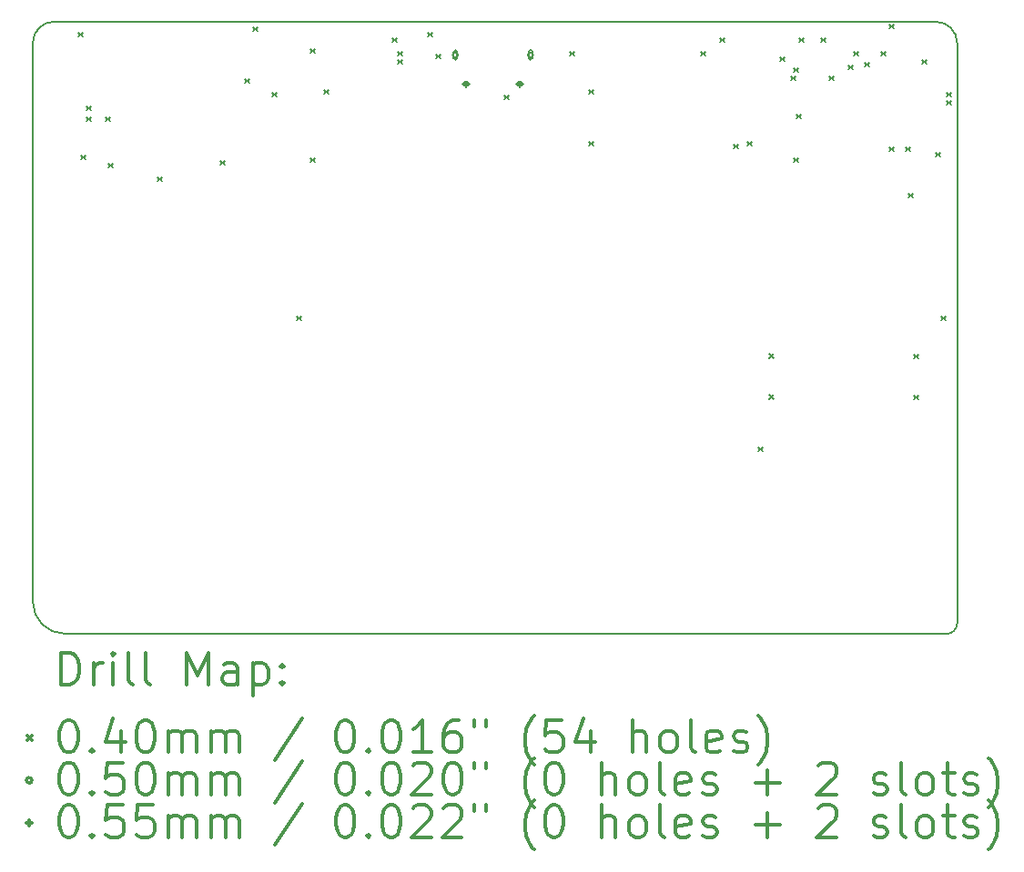
<source format=gbr>
%FSLAX45Y45*%
G04 Gerber Fmt 4.5, Leading zero omitted, Abs format (unit mm)*
G04 Created by KiCad (PCBNEW 4.0.4-stable) date Wednesday, 18 January 2017 'PMt' 21:37:06*
%MOMM*%
%LPD*%
G01*
G04 APERTURE LIST*
%ADD10C,0.127000*%
%ADD11C,0.150000*%
%ADD12C,0.200000*%
%ADD13C,0.300000*%
G04 APERTURE END LIST*
D10*
D11*
X20424500Y-12819900D02*
X12224500Y-12819900D01*
X20424500Y-12819900D02*
G75*
G03X20524500Y-12719900I0J100000D01*
G01*
X20524500Y-7319900D02*
X20524500Y-12719900D01*
X20324500Y-7119900D02*
X12124500Y-7119900D01*
X20524500Y-7319900D02*
G75*
G03X20324500Y-7119900I-200000J0D01*
G01*
X11924500Y-12519900D02*
X11924500Y-7319900D01*
X12124500Y-7119900D02*
G75*
G03X11924500Y-7319900I0J-200000D01*
G01*
X11924500Y-12519900D02*
G75*
G03X12224500Y-12819900I300000J0D01*
G01*
D12*
X12349800Y-7219000D02*
X12389800Y-7259000D01*
X12389800Y-7219000D02*
X12349800Y-7259000D01*
X12375200Y-8362000D02*
X12415200Y-8402000D01*
X12415200Y-8362000D02*
X12375200Y-8402000D01*
X12426000Y-7904800D02*
X12466000Y-7944800D01*
X12466000Y-7904800D02*
X12426000Y-7944800D01*
X12426000Y-8006400D02*
X12466000Y-8046400D01*
X12466000Y-8006400D02*
X12426000Y-8046400D01*
X12603800Y-8006400D02*
X12643800Y-8046400D01*
X12643800Y-8006400D02*
X12603800Y-8046400D01*
X12629200Y-8438200D02*
X12669200Y-8478200D01*
X12669200Y-8438200D02*
X12629200Y-8478200D01*
X13086400Y-8565200D02*
X13126400Y-8605200D01*
X13126400Y-8565200D02*
X13086400Y-8605200D01*
X13670600Y-8412800D02*
X13710600Y-8452800D01*
X13710600Y-8412800D02*
X13670600Y-8452800D01*
X13899200Y-7650800D02*
X13939200Y-7690800D01*
X13939200Y-7650800D02*
X13899200Y-7690800D01*
X13975400Y-7168200D02*
X14015400Y-7208200D01*
X14015400Y-7168200D02*
X13975400Y-7208200D01*
X14153200Y-7777800D02*
X14193200Y-7817800D01*
X14193200Y-7777800D02*
X14153200Y-7817800D01*
X14381800Y-9860600D02*
X14421800Y-9900600D01*
X14421800Y-9860600D02*
X14381800Y-9900600D01*
X14508800Y-7371400D02*
X14548800Y-7411400D01*
X14548800Y-7371400D02*
X14508800Y-7411400D01*
X14508800Y-8387400D02*
X14548800Y-8427400D01*
X14548800Y-8387400D02*
X14508800Y-8427400D01*
X14635800Y-7752400D02*
X14675800Y-7792400D01*
X14675800Y-7752400D02*
X14635800Y-7792400D01*
X15270800Y-7269800D02*
X15310800Y-7309800D01*
X15310800Y-7269800D02*
X15270800Y-7309800D01*
X15321600Y-7396800D02*
X15361600Y-7436800D01*
X15361600Y-7396800D02*
X15321600Y-7436800D01*
X15321600Y-7473000D02*
X15361600Y-7513000D01*
X15361600Y-7473000D02*
X15321600Y-7513000D01*
X15601000Y-7219000D02*
X15641000Y-7259000D01*
X15641000Y-7219000D02*
X15601000Y-7259000D01*
X15677200Y-7422200D02*
X15717200Y-7462200D01*
X15717200Y-7422200D02*
X15677200Y-7462200D01*
X16312200Y-7803200D02*
X16352200Y-7843200D01*
X16352200Y-7803200D02*
X16312200Y-7843200D01*
X16921800Y-7396800D02*
X16961800Y-7436800D01*
X16961800Y-7396800D02*
X16921800Y-7436800D01*
X17099600Y-7752400D02*
X17139600Y-7792400D01*
X17139600Y-7752400D02*
X17099600Y-7792400D01*
X17099600Y-8235000D02*
X17139600Y-8275000D01*
X17139600Y-8235000D02*
X17099600Y-8275000D01*
X18141000Y-7396800D02*
X18181000Y-7436800D01*
X18181000Y-7396800D02*
X18141000Y-7436800D01*
X18318800Y-7269800D02*
X18358800Y-7309800D01*
X18358800Y-7269800D02*
X18318800Y-7309800D01*
X18445800Y-8260400D02*
X18485800Y-8300400D01*
X18485800Y-8260400D02*
X18445800Y-8300400D01*
X18572800Y-8235000D02*
X18612800Y-8275000D01*
X18612800Y-8235000D02*
X18572800Y-8275000D01*
X18674400Y-11079800D02*
X18714400Y-11119800D01*
X18714400Y-11079800D02*
X18674400Y-11119800D01*
X18776000Y-10212000D02*
X18816000Y-10252000D01*
X18816000Y-10212000D02*
X18776000Y-10252000D01*
X18776000Y-10593000D02*
X18816000Y-10633000D01*
X18816000Y-10593000D02*
X18776000Y-10633000D01*
X18877600Y-7447600D02*
X18917600Y-7487600D01*
X18917600Y-7447600D02*
X18877600Y-7487600D01*
X18979200Y-7625400D02*
X19019200Y-7665400D01*
X19019200Y-7625400D02*
X18979200Y-7665400D01*
X19004600Y-7549200D02*
X19044600Y-7589200D01*
X19044600Y-7549200D02*
X19004600Y-7589200D01*
X19004600Y-8387400D02*
X19044600Y-8427400D01*
X19044600Y-8387400D02*
X19004600Y-8427400D01*
X19030000Y-7981000D02*
X19070000Y-8021000D01*
X19070000Y-7981000D02*
X19030000Y-8021000D01*
X19055400Y-7269800D02*
X19095400Y-7309800D01*
X19095400Y-7269800D02*
X19055400Y-7309800D01*
X19258600Y-7269800D02*
X19298600Y-7309800D01*
X19298600Y-7269800D02*
X19258600Y-7309800D01*
X19334800Y-7625400D02*
X19374800Y-7665400D01*
X19374800Y-7625400D02*
X19334800Y-7665400D01*
X19512600Y-7523800D02*
X19552600Y-7563800D01*
X19552600Y-7523800D02*
X19512600Y-7563800D01*
X19563400Y-7396800D02*
X19603400Y-7436800D01*
X19603400Y-7396800D02*
X19563400Y-7436800D01*
X19665000Y-7498400D02*
X19705000Y-7538400D01*
X19705000Y-7498400D02*
X19665000Y-7538400D01*
X19817400Y-7396800D02*
X19857400Y-7436800D01*
X19857400Y-7396800D02*
X19817400Y-7436800D01*
X19893600Y-7142800D02*
X19933600Y-7182800D01*
X19933600Y-7142800D02*
X19893600Y-7182800D01*
X19893600Y-8285800D02*
X19933600Y-8325800D01*
X19933600Y-8285800D02*
X19893600Y-8325800D01*
X20046000Y-8285800D02*
X20086000Y-8325800D01*
X20086000Y-8285800D02*
X20046000Y-8325800D01*
X20071400Y-8717600D02*
X20111400Y-8757600D01*
X20111400Y-8717600D02*
X20071400Y-8757600D01*
X20122200Y-10216200D02*
X20162200Y-10256200D01*
X20162200Y-10216200D02*
X20122200Y-10256200D01*
X20122200Y-10597200D02*
X20162200Y-10637200D01*
X20162200Y-10597200D02*
X20122200Y-10637200D01*
X20198400Y-7473000D02*
X20238400Y-7513000D01*
X20238400Y-7473000D02*
X20198400Y-7513000D01*
X20325400Y-8336600D02*
X20365400Y-8376600D01*
X20365400Y-8336600D02*
X20325400Y-8376600D01*
X20376200Y-9860600D02*
X20416200Y-9900600D01*
X20416200Y-9860600D02*
X20376200Y-9900600D01*
X20427000Y-7777800D02*
X20467000Y-7817800D01*
X20467000Y-7777800D02*
X20427000Y-7817800D01*
X20427000Y-7854000D02*
X20467000Y-7894000D01*
X20467000Y-7854000D02*
X20427000Y-7894000D01*
X15880110Y-7430054D02*
G75*
G03X15880110Y-7430054I-25000J0D01*
G01*
X15840110Y-7397554D02*
X15840110Y-7462554D01*
X15870110Y-7397554D02*
X15870110Y-7462554D01*
X15840110Y-7462554D02*
G75*
G03X15870110Y-7462554I15000J0D01*
G01*
X15870110Y-7397554D02*
G75*
G03X15840110Y-7397554I-15000J0D01*
G01*
X16580110Y-7430054D02*
G75*
G03X16580110Y-7430054I-25000J0D01*
G01*
X16540110Y-7397554D02*
X16540110Y-7462554D01*
X16570110Y-7397554D02*
X16570110Y-7462554D01*
X16540110Y-7462554D02*
G75*
G03X16570110Y-7462554I15000J0D01*
G01*
X16570110Y-7397554D02*
G75*
G03X16540110Y-7397554I-15000J0D01*
G01*
X15955110Y-7672554D02*
X15955110Y-7727554D01*
X15927610Y-7700054D02*
X15982610Y-7700054D01*
X15970110Y-7682554D02*
X15940110Y-7682554D01*
X15970110Y-7717554D02*
X15940110Y-7717554D01*
X15940110Y-7682554D02*
G75*
G03X15940110Y-7717554I0J-17500D01*
G01*
X15970110Y-7717554D02*
G75*
G03X15970110Y-7682554I0J17500D01*
G01*
X16455110Y-7672554D02*
X16455110Y-7727554D01*
X16427610Y-7700054D02*
X16482610Y-7700054D01*
X16470110Y-7682554D02*
X16440110Y-7682554D01*
X16470110Y-7717554D02*
X16440110Y-7717554D01*
X16440110Y-7682554D02*
G75*
G03X16440110Y-7717554I0J-17500D01*
G01*
X16470110Y-7717554D02*
G75*
G03X16470110Y-7682554I0J17500D01*
G01*
D13*
X12188428Y-13293114D02*
X12188428Y-12993114D01*
X12259857Y-12993114D01*
X12302714Y-13007400D01*
X12331286Y-13035971D01*
X12345571Y-13064543D01*
X12359857Y-13121686D01*
X12359857Y-13164543D01*
X12345571Y-13221686D01*
X12331286Y-13250257D01*
X12302714Y-13278829D01*
X12259857Y-13293114D01*
X12188428Y-13293114D01*
X12488428Y-13293114D02*
X12488428Y-13093114D01*
X12488428Y-13150257D02*
X12502714Y-13121686D01*
X12517000Y-13107400D01*
X12545571Y-13093114D01*
X12574143Y-13093114D01*
X12674143Y-13293114D02*
X12674143Y-13093114D01*
X12674143Y-12993114D02*
X12659857Y-13007400D01*
X12674143Y-13021686D01*
X12688428Y-13007400D01*
X12674143Y-12993114D01*
X12674143Y-13021686D01*
X12859857Y-13293114D02*
X12831286Y-13278829D01*
X12817000Y-13250257D01*
X12817000Y-12993114D01*
X13017000Y-13293114D02*
X12988428Y-13278829D01*
X12974143Y-13250257D01*
X12974143Y-12993114D01*
X13359857Y-13293114D02*
X13359857Y-12993114D01*
X13459857Y-13207400D01*
X13559857Y-12993114D01*
X13559857Y-13293114D01*
X13831286Y-13293114D02*
X13831286Y-13135971D01*
X13817000Y-13107400D01*
X13788428Y-13093114D01*
X13731286Y-13093114D01*
X13702714Y-13107400D01*
X13831286Y-13278829D02*
X13802714Y-13293114D01*
X13731286Y-13293114D01*
X13702714Y-13278829D01*
X13688428Y-13250257D01*
X13688428Y-13221686D01*
X13702714Y-13193114D01*
X13731286Y-13178829D01*
X13802714Y-13178829D01*
X13831286Y-13164543D01*
X13974143Y-13093114D02*
X13974143Y-13393114D01*
X13974143Y-13107400D02*
X14002714Y-13093114D01*
X14059857Y-13093114D01*
X14088428Y-13107400D01*
X14102714Y-13121686D01*
X14117000Y-13150257D01*
X14117000Y-13235971D01*
X14102714Y-13264543D01*
X14088428Y-13278829D01*
X14059857Y-13293114D01*
X14002714Y-13293114D01*
X13974143Y-13278829D01*
X14245571Y-13264543D02*
X14259857Y-13278829D01*
X14245571Y-13293114D01*
X14231286Y-13278829D01*
X14245571Y-13264543D01*
X14245571Y-13293114D01*
X14245571Y-13107400D02*
X14259857Y-13121686D01*
X14245571Y-13135971D01*
X14231286Y-13121686D01*
X14245571Y-13107400D01*
X14245571Y-13135971D01*
X11877000Y-13767400D02*
X11917000Y-13807400D01*
X11917000Y-13767400D02*
X11877000Y-13807400D01*
X12245571Y-13623114D02*
X12274143Y-13623114D01*
X12302714Y-13637400D01*
X12317000Y-13651686D01*
X12331286Y-13680257D01*
X12345571Y-13737400D01*
X12345571Y-13808829D01*
X12331286Y-13865971D01*
X12317000Y-13894543D01*
X12302714Y-13908829D01*
X12274143Y-13923114D01*
X12245571Y-13923114D01*
X12217000Y-13908829D01*
X12202714Y-13894543D01*
X12188428Y-13865971D01*
X12174143Y-13808829D01*
X12174143Y-13737400D01*
X12188428Y-13680257D01*
X12202714Y-13651686D01*
X12217000Y-13637400D01*
X12245571Y-13623114D01*
X12474143Y-13894543D02*
X12488428Y-13908829D01*
X12474143Y-13923114D01*
X12459857Y-13908829D01*
X12474143Y-13894543D01*
X12474143Y-13923114D01*
X12745571Y-13723114D02*
X12745571Y-13923114D01*
X12674143Y-13608829D02*
X12602714Y-13823114D01*
X12788428Y-13823114D01*
X12959857Y-13623114D02*
X12988428Y-13623114D01*
X13017000Y-13637400D01*
X13031286Y-13651686D01*
X13045571Y-13680257D01*
X13059857Y-13737400D01*
X13059857Y-13808829D01*
X13045571Y-13865971D01*
X13031286Y-13894543D01*
X13017000Y-13908829D01*
X12988428Y-13923114D01*
X12959857Y-13923114D01*
X12931286Y-13908829D01*
X12917000Y-13894543D01*
X12902714Y-13865971D01*
X12888428Y-13808829D01*
X12888428Y-13737400D01*
X12902714Y-13680257D01*
X12917000Y-13651686D01*
X12931286Y-13637400D01*
X12959857Y-13623114D01*
X13188428Y-13923114D02*
X13188428Y-13723114D01*
X13188428Y-13751686D02*
X13202714Y-13737400D01*
X13231286Y-13723114D01*
X13274143Y-13723114D01*
X13302714Y-13737400D01*
X13317000Y-13765971D01*
X13317000Y-13923114D01*
X13317000Y-13765971D02*
X13331286Y-13737400D01*
X13359857Y-13723114D01*
X13402714Y-13723114D01*
X13431286Y-13737400D01*
X13445571Y-13765971D01*
X13445571Y-13923114D01*
X13588428Y-13923114D02*
X13588428Y-13723114D01*
X13588428Y-13751686D02*
X13602714Y-13737400D01*
X13631286Y-13723114D01*
X13674143Y-13723114D01*
X13702714Y-13737400D01*
X13717000Y-13765971D01*
X13717000Y-13923114D01*
X13717000Y-13765971D02*
X13731286Y-13737400D01*
X13759857Y-13723114D01*
X13802714Y-13723114D01*
X13831286Y-13737400D01*
X13845571Y-13765971D01*
X13845571Y-13923114D01*
X14431286Y-13608829D02*
X14174143Y-13994543D01*
X14817000Y-13623114D02*
X14845571Y-13623114D01*
X14874143Y-13637400D01*
X14888428Y-13651686D01*
X14902714Y-13680257D01*
X14917000Y-13737400D01*
X14917000Y-13808829D01*
X14902714Y-13865971D01*
X14888428Y-13894543D01*
X14874143Y-13908829D01*
X14845571Y-13923114D01*
X14817000Y-13923114D01*
X14788428Y-13908829D01*
X14774143Y-13894543D01*
X14759857Y-13865971D01*
X14745571Y-13808829D01*
X14745571Y-13737400D01*
X14759857Y-13680257D01*
X14774143Y-13651686D01*
X14788428Y-13637400D01*
X14817000Y-13623114D01*
X15045571Y-13894543D02*
X15059857Y-13908829D01*
X15045571Y-13923114D01*
X15031286Y-13908829D01*
X15045571Y-13894543D01*
X15045571Y-13923114D01*
X15245571Y-13623114D02*
X15274143Y-13623114D01*
X15302714Y-13637400D01*
X15317000Y-13651686D01*
X15331285Y-13680257D01*
X15345571Y-13737400D01*
X15345571Y-13808829D01*
X15331285Y-13865971D01*
X15317000Y-13894543D01*
X15302714Y-13908829D01*
X15274143Y-13923114D01*
X15245571Y-13923114D01*
X15217000Y-13908829D01*
X15202714Y-13894543D01*
X15188428Y-13865971D01*
X15174143Y-13808829D01*
X15174143Y-13737400D01*
X15188428Y-13680257D01*
X15202714Y-13651686D01*
X15217000Y-13637400D01*
X15245571Y-13623114D01*
X15631285Y-13923114D02*
X15459857Y-13923114D01*
X15545571Y-13923114D02*
X15545571Y-13623114D01*
X15517000Y-13665971D01*
X15488428Y-13694543D01*
X15459857Y-13708829D01*
X15888428Y-13623114D02*
X15831285Y-13623114D01*
X15802714Y-13637400D01*
X15788428Y-13651686D01*
X15759857Y-13694543D01*
X15745571Y-13751686D01*
X15745571Y-13865971D01*
X15759857Y-13894543D01*
X15774143Y-13908829D01*
X15802714Y-13923114D01*
X15859857Y-13923114D01*
X15888428Y-13908829D01*
X15902714Y-13894543D01*
X15917000Y-13865971D01*
X15917000Y-13794543D01*
X15902714Y-13765971D01*
X15888428Y-13751686D01*
X15859857Y-13737400D01*
X15802714Y-13737400D01*
X15774143Y-13751686D01*
X15759857Y-13765971D01*
X15745571Y-13794543D01*
X16031286Y-13623114D02*
X16031286Y-13680257D01*
X16145571Y-13623114D02*
X16145571Y-13680257D01*
X16588428Y-14037400D02*
X16574143Y-14023114D01*
X16545571Y-13980257D01*
X16531285Y-13951686D01*
X16517000Y-13908829D01*
X16502714Y-13837400D01*
X16502714Y-13780257D01*
X16517000Y-13708829D01*
X16531285Y-13665971D01*
X16545571Y-13637400D01*
X16574143Y-13594543D01*
X16588428Y-13580257D01*
X16845571Y-13623114D02*
X16702714Y-13623114D01*
X16688428Y-13765971D01*
X16702714Y-13751686D01*
X16731285Y-13737400D01*
X16802714Y-13737400D01*
X16831286Y-13751686D01*
X16845571Y-13765971D01*
X16859857Y-13794543D01*
X16859857Y-13865971D01*
X16845571Y-13894543D01*
X16831286Y-13908829D01*
X16802714Y-13923114D01*
X16731285Y-13923114D01*
X16702714Y-13908829D01*
X16688428Y-13894543D01*
X17117000Y-13723114D02*
X17117000Y-13923114D01*
X17045571Y-13608829D02*
X16974143Y-13823114D01*
X17159857Y-13823114D01*
X17502714Y-13923114D02*
X17502714Y-13623114D01*
X17631286Y-13923114D02*
X17631286Y-13765971D01*
X17617000Y-13737400D01*
X17588428Y-13723114D01*
X17545571Y-13723114D01*
X17517000Y-13737400D01*
X17502714Y-13751686D01*
X17817000Y-13923114D02*
X17788428Y-13908829D01*
X17774143Y-13894543D01*
X17759857Y-13865971D01*
X17759857Y-13780257D01*
X17774143Y-13751686D01*
X17788428Y-13737400D01*
X17817000Y-13723114D01*
X17859857Y-13723114D01*
X17888428Y-13737400D01*
X17902714Y-13751686D01*
X17917000Y-13780257D01*
X17917000Y-13865971D01*
X17902714Y-13894543D01*
X17888428Y-13908829D01*
X17859857Y-13923114D01*
X17817000Y-13923114D01*
X18088428Y-13923114D02*
X18059857Y-13908829D01*
X18045571Y-13880257D01*
X18045571Y-13623114D01*
X18317000Y-13908829D02*
X18288429Y-13923114D01*
X18231286Y-13923114D01*
X18202714Y-13908829D01*
X18188429Y-13880257D01*
X18188429Y-13765971D01*
X18202714Y-13737400D01*
X18231286Y-13723114D01*
X18288429Y-13723114D01*
X18317000Y-13737400D01*
X18331286Y-13765971D01*
X18331286Y-13794543D01*
X18188429Y-13823114D01*
X18445571Y-13908829D02*
X18474143Y-13923114D01*
X18531286Y-13923114D01*
X18559857Y-13908829D01*
X18574143Y-13880257D01*
X18574143Y-13865971D01*
X18559857Y-13837400D01*
X18531286Y-13823114D01*
X18488429Y-13823114D01*
X18459857Y-13808829D01*
X18445571Y-13780257D01*
X18445571Y-13765971D01*
X18459857Y-13737400D01*
X18488429Y-13723114D01*
X18531286Y-13723114D01*
X18559857Y-13737400D01*
X18674143Y-14037400D02*
X18688429Y-14023114D01*
X18717000Y-13980257D01*
X18731286Y-13951686D01*
X18745571Y-13908829D01*
X18759857Y-13837400D01*
X18759857Y-13780257D01*
X18745571Y-13708829D01*
X18731286Y-13665971D01*
X18717000Y-13637400D01*
X18688429Y-13594543D01*
X18674143Y-13580257D01*
X11917000Y-14183400D02*
G75*
G03X11917000Y-14183400I-25000J0D01*
G01*
X12245571Y-14019114D02*
X12274143Y-14019114D01*
X12302714Y-14033400D01*
X12317000Y-14047686D01*
X12331286Y-14076257D01*
X12345571Y-14133400D01*
X12345571Y-14204829D01*
X12331286Y-14261971D01*
X12317000Y-14290543D01*
X12302714Y-14304829D01*
X12274143Y-14319114D01*
X12245571Y-14319114D01*
X12217000Y-14304829D01*
X12202714Y-14290543D01*
X12188428Y-14261971D01*
X12174143Y-14204829D01*
X12174143Y-14133400D01*
X12188428Y-14076257D01*
X12202714Y-14047686D01*
X12217000Y-14033400D01*
X12245571Y-14019114D01*
X12474143Y-14290543D02*
X12488428Y-14304829D01*
X12474143Y-14319114D01*
X12459857Y-14304829D01*
X12474143Y-14290543D01*
X12474143Y-14319114D01*
X12759857Y-14019114D02*
X12617000Y-14019114D01*
X12602714Y-14161971D01*
X12617000Y-14147686D01*
X12645571Y-14133400D01*
X12717000Y-14133400D01*
X12745571Y-14147686D01*
X12759857Y-14161971D01*
X12774143Y-14190543D01*
X12774143Y-14261971D01*
X12759857Y-14290543D01*
X12745571Y-14304829D01*
X12717000Y-14319114D01*
X12645571Y-14319114D01*
X12617000Y-14304829D01*
X12602714Y-14290543D01*
X12959857Y-14019114D02*
X12988428Y-14019114D01*
X13017000Y-14033400D01*
X13031286Y-14047686D01*
X13045571Y-14076257D01*
X13059857Y-14133400D01*
X13059857Y-14204829D01*
X13045571Y-14261971D01*
X13031286Y-14290543D01*
X13017000Y-14304829D01*
X12988428Y-14319114D01*
X12959857Y-14319114D01*
X12931286Y-14304829D01*
X12917000Y-14290543D01*
X12902714Y-14261971D01*
X12888428Y-14204829D01*
X12888428Y-14133400D01*
X12902714Y-14076257D01*
X12917000Y-14047686D01*
X12931286Y-14033400D01*
X12959857Y-14019114D01*
X13188428Y-14319114D02*
X13188428Y-14119114D01*
X13188428Y-14147686D02*
X13202714Y-14133400D01*
X13231286Y-14119114D01*
X13274143Y-14119114D01*
X13302714Y-14133400D01*
X13317000Y-14161971D01*
X13317000Y-14319114D01*
X13317000Y-14161971D02*
X13331286Y-14133400D01*
X13359857Y-14119114D01*
X13402714Y-14119114D01*
X13431286Y-14133400D01*
X13445571Y-14161971D01*
X13445571Y-14319114D01*
X13588428Y-14319114D02*
X13588428Y-14119114D01*
X13588428Y-14147686D02*
X13602714Y-14133400D01*
X13631286Y-14119114D01*
X13674143Y-14119114D01*
X13702714Y-14133400D01*
X13717000Y-14161971D01*
X13717000Y-14319114D01*
X13717000Y-14161971D02*
X13731286Y-14133400D01*
X13759857Y-14119114D01*
X13802714Y-14119114D01*
X13831286Y-14133400D01*
X13845571Y-14161971D01*
X13845571Y-14319114D01*
X14431286Y-14004829D02*
X14174143Y-14390543D01*
X14817000Y-14019114D02*
X14845571Y-14019114D01*
X14874143Y-14033400D01*
X14888428Y-14047686D01*
X14902714Y-14076257D01*
X14917000Y-14133400D01*
X14917000Y-14204829D01*
X14902714Y-14261971D01*
X14888428Y-14290543D01*
X14874143Y-14304829D01*
X14845571Y-14319114D01*
X14817000Y-14319114D01*
X14788428Y-14304829D01*
X14774143Y-14290543D01*
X14759857Y-14261971D01*
X14745571Y-14204829D01*
X14745571Y-14133400D01*
X14759857Y-14076257D01*
X14774143Y-14047686D01*
X14788428Y-14033400D01*
X14817000Y-14019114D01*
X15045571Y-14290543D02*
X15059857Y-14304829D01*
X15045571Y-14319114D01*
X15031286Y-14304829D01*
X15045571Y-14290543D01*
X15045571Y-14319114D01*
X15245571Y-14019114D02*
X15274143Y-14019114D01*
X15302714Y-14033400D01*
X15317000Y-14047686D01*
X15331285Y-14076257D01*
X15345571Y-14133400D01*
X15345571Y-14204829D01*
X15331285Y-14261971D01*
X15317000Y-14290543D01*
X15302714Y-14304829D01*
X15274143Y-14319114D01*
X15245571Y-14319114D01*
X15217000Y-14304829D01*
X15202714Y-14290543D01*
X15188428Y-14261971D01*
X15174143Y-14204829D01*
X15174143Y-14133400D01*
X15188428Y-14076257D01*
X15202714Y-14047686D01*
X15217000Y-14033400D01*
X15245571Y-14019114D01*
X15459857Y-14047686D02*
X15474143Y-14033400D01*
X15502714Y-14019114D01*
X15574143Y-14019114D01*
X15602714Y-14033400D01*
X15617000Y-14047686D01*
X15631285Y-14076257D01*
X15631285Y-14104829D01*
X15617000Y-14147686D01*
X15445571Y-14319114D01*
X15631285Y-14319114D01*
X15817000Y-14019114D02*
X15845571Y-14019114D01*
X15874143Y-14033400D01*
X15888428Y-14047686D01*
X15902714Y-14076257D01*
X15917000Y-14133400D01*
X15917000Y-14204829D01*
X15902714Y-14261971D01*
X15888428Y-14290543D01*
X15874143Y-14304829D01*
X15845571Y-14319114D01*
X15817000Y-14319114D01*
X15788428Y-14304829D01*
X15774143Y-14290543D01*
X15759857Y-14261971D01*
X15745571Y-14204829D01*
X15745571Y-14133400D01*
X15759857Y-14076257D01*
X15774143Y-14047686D01*
X15788428Y-14033400D01*
X15817000Y-14019114D01*
X16031286Y-14019114D02*
X16031286Y-14076257D01*
X16145571Y-14019114D02*
X16145571Y-14076257D01*
X16588428Y-14433400D02*
X16574143Y-14419114D01*
X16545571Y-14376257D01*
X16531285Y-14347686D01*
X16517000Y-14304829D01*
X16502714Y-14233400D01*
X16502714Y-14176257D01*
X16517000Y-14104829D01*
X16531285Y-14061971D01*
X16545571Y-14033400D01*
X16574143Y-13990543D01*
X16588428Y-13976257D01*
X16759857Y-14019114D02*
X16788428Y-14019114D01*
X16817000Y-14033400D01*
X16831286Y-14047686D01*
X16845571Y-14076257D01*
X16859857Y-14133400D01*
X16859857Y-14204829D01*
X16845571Y-14261971D01*
X16831286Y-14290543D01*
X16817000Y-14304829D01*
X16788428Y-14319114D01*
X16759857Y-14319114D01*
X16731285Y-14304829D01*
X16717000Y-14290543D01*
X16702714Y-14261971D01*
X16688428Y-14204829D01*
X16688428Y-14133400D01*
X16702714Y-14076257D01*
X16717000Y-14047686D01*
X16731285Y-14033400D01*
X16759857Y-14019114D01*
X17217000Y-14319114D02*
X17217000Y-14019114D01*
X17345571Y-14319114D02*
X17345571Y-14161971D01*
X17331286Y-14133400D01*
X17302714Y-14119114D01*
X17259857Y-14119114D01*
X17231286Y-14133400D01*
X17217000Y-14147686D01*
X17531286Y-14319114D02*
X17502714Y-14304829D01*
X17488428Y-14290543D01*
X17474143Y-14261971D01*
X17474143Y-14176257D01*
X17488428Y-14147686D01*
X17502714Y-14133400D01*
X17531286Y-14119114D01*
X17574143Y-14119114D01*
X17602714Y-14133400D01*
X17617000Y-14147686D01*
X17631286Y-14176257D01*
X17631286Y-14261971D01*
X17617000Y-14290543D01*
X17602714Y-14304829D01*
X17574143Y-14319114D01*
X17531286Y-14319114D01*
X17802714Y-14319114D02*
X17774143Y-14304829D01*
X17759857Y-14276257D01*
X17759857Y-14019114D01*
X18031286Y-14304829D02*
X18002714Y-14319114D01*
X17945571Y-14319114D01*
X17917000Y-14304829D01*
X17902714Y-14276257D01*
X17902714Y-14161971D01*
X17917000Y-14133400D01*
X17945571Y-14119114D01*
X18002714Y-14119114D01*
X18031286Y-14133400D01*
X18045571Y-14161971D01*
X18045571Y-14190543D01*
X17902714Y-14219114D01*
X18159857Y-14304829D02*
X18188429Y-14319114D01*
X18245571Y-14319114D01*
X18274143Y-14304829D01*
X18288429Y-14276257D01*
X18288429Y-14261971D01*
X18274143Y-14233400D01*
X18245571Y-14219114D01*
X18202714Y-14219114D01*
X18174143Y-14204829D01*
X18159857Y-14176257D01*
X18159857Y-14161971D01*
X18174143Y-14133400D01*
X18202714Y-14119114D01*
X18245571Y-14119114D01*
X18274143Y-14133400D01*
X18645571Y-14204829D02*
X18874143Y-14204829D01*
X18759857Y-14319114D02*
X18759857Y-14090543D01*
X19231286Y-14047686D02*
X19245571Y-14033400D01*
X19274143Y-14019114D01*
X19345571Y-14019114D01*
X19374143Y-14033400D01*
X19388428Y-14047686D01*
X19402714Y-14076257D01*
X19402714Y-14104829D01*
X19388428Y-14147686D01*
X19217000Y-14319114D01*
X19402714Y-14319114D01*
X19745571Y-14304829D02*
X19774143Y-14319114D01*
X19831286Y-14319114D01*
X19859857Y-14304829D01*
X19874143Y-14276257D01*
X19874143Y-14261971D01*
X19859857Y-14233400D01*
X19831286Y-14219114D01*
X19788428Y-14219114D01*
X19759857Y-14204829D01*
X19745571Y-14176257D01*
X19745571Y-14161971D01*
X19759857Y-14133400D01*
X19788428Y-14119114D01*
X19831286Y-14119114D01*
X19859857Y-14133400D01*
X20045571Y-14319114D02*
X20017000Y-14304829D01*
X20002714Y-14276257D01*
X20002714Y-14019114D01*
X20202714Y-14319114D02*
X20174143Y-14304829D01*
X20159857Y-14290543D01*
X20145571Y-14261971D01*
X20145571Y-14176257D01*
X20159857Y-14147686D01*
X20174143Y-14133400D01*
X20202714Y-14119114D01*
X20245571Y-14119114D01*
X20274143Y-14133400D01*
X20288428Y-14147686D01*
X20302714Y-14176257D01*
X20302714Y-14261971D01*
X20288428Y-14290543D01*
X20274143Y-14304829D01*
X20245571Y-14319114D01*
X20202714Y-14319114D01*
X20388428Y-14119114D02*
X20502714Y-14119114D01*
X20431286Y-14019114D02*
X20431286Y-14276257D01*
X20445571Y-14304829D01*
X20474143Y-14319114D01*
X20502714Y-14319114D01*
X20588429Y-14304829D02*
X20617000Y-14319114D01*
X20674143Y-14319114D01*
X20702714Y-14304829D01*
X20717000Y-14276257D01*
X20717000Y-14261971D01*
X20702714Y-14233400D01*
X20674143Y-14219114D01*
X20631286Y-14219114D01*
X20602714Y-14204829D01*
X20588429Y-14176257D01*
X20588429Y-14161971D01*
X20602714Y-14133400D01*
X20631286Y-14119114D01*
X20674143Y-14119114D01*
X20702714Y-14133400D01*
X20817000Y-14433400D02*
X20831286Y-14419114D01*
X20859857Y-14376257D01*
X20874143Y-14347686D01*
X20888428Y-14304829D01*
X20902714Y-14233400D01*
X20902714Y-14176257D01*
X20888428Y-14104829D01*
X20874143Y-14061971D01*
X20859857Y-14033400D01*
X20831286Y-13990543D01*
X20817000Y-13976257D01*
X11889500Y-14551900D02*
X11889500Y-14606900D01*
X11862000Y-14579400D02*
X11917000Y-14579400D01*
X12245571Y-14415114D02*
X12274143Y-14415114D01*
X12302714Y-14429400D01*
X12317000Y-14443686D01*
X12331286Y-14472257D01*
X12345571Y-14529400D01*
X12345571Y-14600829D01*
X12331286Y-14657971D01*
X12317000Y-14686543D01*
X12302714Y-14700829D01*
X12274143Y-14715114D01*
X12245571Y-14715114D01*
X12217000Y-14700829D01*
X12202714Y-14686543D01*
X12188428Y-14657971D01*
X12174143Y-14600829D01*
X12174143Y-14529400D01*
X12188428Y-14472257D01*
X12202714Y-14443686D01*
X12217000Y-14429400D01*
X12245571Y-14415114D01*
X12474143Y-14686543D02*
X12488428Y-14700829D01*
X12474143Y-14715114D01*
X12459857Y-14700829D01*
X12474143Y-14686543D01*
X12474143Y-14715114D01*
X12759857Y-14415114D02*
X12617000Y-14415114D01*
X12602714Y-14557971D01*
X12617000Y-14543686D01*
X12645571Y-14529400D01*
X12717000Y-14529400D01*
X12745571Y-14543686D01*
X12759857Y-14557971D01*
X12774143Y-14586543D01*
X12774143Y-14657971D01*
X12759857Y-14686543D01*
X12745571Y-14700829D01*
X12717000Y-14715114D01*
X12645571Y-14715114D01*
X12617000Y-14700829D01*
X12602714Y-14686543D01*
X13045571Y-14415114D02*
X12902714Y-14415114D01*
X12888428Y-14557971D01*
X12902714Y-14543686D01*
X12931286Y-14529400D01*
X13002714Y-14529400D01*
X13031286Y-14543686D01*
X13045571Y-14557971D01*
X13059857Y-14586543D01*
X13059857Y-14657971D01*
X13045571Y-14686543D01*
X13031286Y-14700829D01*
X13002714Y-14715114D01*
X12931286Y-14715114D01*
X12902714Y-14700829D01*
X12888428Y-14686543D01*
X13188428Y-14715114D02*
X13188428Y-14515114D01*
X13188428Y-14543686D02*
X13202714Y-14529400D01*
X13231286Y-14515114D01*
X13274143Y-14515114D01*
X13302714Y-14529400D01*
X13317000Y-14557971D01*
X13317000Y-14715114D01*
X13317000Y-14557971D02*
X13331286Y-14529400D01*
X13359857Y-14515114D01*
X13402714Y-14515114D01*
X13431286Y-14529400D01*
X13445571Y-14557971D01*
X13445571Y-14715114D01*
X13588428Y-14715114D02*
X13588428Y-14515114D01*
X13588428Y-14543686D02*
X13602714Y-14529400D01*
X13631286Y-14515114D01*
X13674143Y-14515114D01*
X13702714Y-14529400D01*
X13717000Y-14557971D01*
X13717000Y-14715114D01*
X13717000Y-14557971D02*
X13731286Y-14529400D01*
X13759857Y-14515114D01*
X13802714Y-14515114D01*
X13831286Y-14529400D01*
X13845571Y-14557971D01*
X13845571Y-14715114D01*
X14431286Y-14400829D02*
X14174143Y-14786543D01*
X14817000Y-14415114D02*
X14845571Y-14415114D01*
X14874143Y-14429400D01*
X14888428Y-14443686D01*
X14902714Y-14472257D01*
X14917000Y-14529400D01*
X14917000Y-14600829D01*
X14902714Y-14657971D01*
X14888428Y-14686543D01*
X14874143Y-14700829D01*
X14845571Y-14715114D01*
X14817000Y-14715114D01*
X14788428Y-14700829D01*
X14774143Y-14686543D01*
X14759857Y-14657971D01*
X14745571Y-14600829D01*
X14745571Y-14529400D01*
X14759857Y-14472257D01*
X14774143Y-14443686D01*
X14788428Y-14429400D01*
X14817000Y-14415114D01*
X15045571Y-14686543D02*
X15059857Y-14700829D01*
X15045571Y-14715114D01*
X15031286Y-14700829D01*
X15045571Y-14686543D01*
X15045571Y-14715114D01*
X15245571Y-14415114D02*
X15274143Y-14415114D01*
X15302714Y-14429400D01*
X15317000Y-14443686D01*
X15331285Y-14472257D01*
X15345571Y-14529400D01*
X15345571Y-14600829D01*
X15331285Y-14657971D01*
X15317000Y-14686543D01*
X15302714Y-14700829D01*
X15274143Y-14715114D01*
X15245571Y-14715114D01*
X15217000Y-14700829D01*
X15202714Y-14686543D01*
X15188428Y-14657971D01*
X15174143Y-14600829D01*
X15174143Y-14529400D01*
X15188428Y-14472257D01*
X15202714Y-14443686D01*
X15217000Y-14429400D01*
X15245571Y-14415114D01*
X15459857Y-14443686D02*
X15474143Y-14429400D01*
X15502714Y-14415114D01*
X15574143Y-14415114D01*
X15602714Y-14429400D01*
X15617000Y-14443686D01*
X15631285Y-14472257D01*
X15631285Y-14500829D01*
X15617000Y-14543686D01*
X15445571Y-14715114D01*
X15631285Y-14715114D01*
X15745571Y-14443686D02*
X15759857Y-14429400D01*
X15788428Y-14415114D01*
X15859857Y-14415114D01*
X15888428Y-14429400D01*
X15902714Y-14443686D01*
X15917000Y-14472257D01*
X15917000Y-14500829D01*
X15902714Y-14543686D01*
X15731285Y-14715114D01*
X15917000Y-14715114D01*
X16031286Y-14415114D02*
X16031286Y-14472257D01*
X16145571Y-14415114D02*
X16145571Y-14472257D01*
X16588428Y-14829400D02*
X16574143Y-14815114D01*
X16545571Y-14772257D01*
X16531285Y-14743686D01*
X16517000Y-14700829D01*
X16502714Y-14629400D01*
X16502714Y-14572257D01*
X16517000Y-14500829D01*
X16531285Y-14457971D01*
X16545571Y-14429400D01*
X16574143Y-14386543D01*
X16588428Y-14372257D01*
X16759857Y-14415114D02*
X16788428Y-14415114D01*
X16817000Y-14429400D01*
X16831286Y-14443686D01*
X16845571Y-14472257D01*
X16859857Y-14529400D01*
X16859857Y-14600829D01*
X16845571Y-14657971D01*
X16831286Y-14686543D01*
X16817000Y-14700829D01*
X16788428Y-14715114D01*
X16759857Y-14715114D01*
X16731285Y-14700829D01*
X16717000Y-14686543D01*
X16702714Y-14657971D01*
X16688428Y-14600829D01*
X16688428Y-14529400D01*
X16702714Y-14472257D01*
X16717000Y-14443686D01*
X16731285Y-14429400D01*
X16759857Y-14415114D01*
X17217000Y-14715114D02*
X17217000Y-14415114D01*
X17345571Y-14715114D02*
X17345571Y-14557971D01*
X17331286Y-14529400D01*
X17302714Y-14515114D01*
X17259857Y-14515114D01*
X17231286Y-14529400D01*
X17217000Y-14543686D01*
X17531286Y-14715114D02*
X17502714Y-14700829D01*
X17488428Y-14686543D01*
X17474143Y-14657971D01*
X17474143Y-14572257D01*
X17488428Y-14543686D01*
X17502714Y-14529400D01*
X17531286Y-14515114D01*
X17574143Y-14515114D01*
X17602714Y-14529400D01*
X17617000Y-14543686D01*
X17631286Y-14572257D01*
X17631286Y-14657971D01*
X17617000Y-14686543D01*
X17602714Y-14700829D01*
X17574143Y-14715114D01*
X17531286Y-14715114D01*
X17802714Y-14715114D02*
X17774143Y-14700829D01*
X17759857Y-14672257D01*
X17759857Y-14415114D01*
X18031286Y-14700829D02*
X18002714Y-14715114D01*
X17945571Y-14715114D01*
X17917000Y-14700829D01*
X17902714Y-14672257D01*
X17902714Y-14557971D01*
X17917000Y-14529400D01*
X17945571Y-14515114D01*
X18002714Y-14515114D01*
X18031286Y-14529400D01*
X18045571Y-14557971D01*
X18045571Y-14586543D01*
X17902714Y-14615114D01*
X18159857Y-14700829D02*
X18188429Y-14715114D01*
X18245571Y-14715114D01*
X18274143Y-14700829D01*
X18288429Y-14672257D01*
X18288429Y-14657971D01*
X18274143Y-14629400D01*
X18245571Y-14615114D01*
X18202714Y-14615114D01*
X18174143Y-14600829D01*
X18159857Y-14572257D01*
X18159857Y-14557971D01*
X18174143Y-14529400D01*
X18202714Y-14515114D01*
X18245571Y-14515114D01*
X18274143Y-14529400D01*
X18645571Y-14600829D02*
X18874143Y-14600829D01*
X18759857Y-14715114D02*
X18759857Y-14486543D01*
X19231286Y-14443686D02*
X19245571Y-14429400D01*
X19274143Y-14415114D01*
X19345571Y-14415114D01*
X19374143Y-14429400D01*
X19388428Y-14443686D01*
X19402714Y-14472257D01*
X19402714Y-14500829D01*
X19388428Y-14543686D01*
X19217000Y-14715114D01*
X19402714Y-14715114D01*
X19745571Y-14700829D02*
X19774143Y-14715114D01*
X19831286Y-14715114D01*
X19859857Y-14700829D01*
X19874143Y-14672257D01*
X19874143Y-14657971D01*
X19859857Y-14629400D01*
X19831286Y-14615114D01*
X19788428Y-14615114D01*
X19759857Y-14600829D01*
X19745571Y-14572257D01*
X19745571Y-14557971D01*
X19759857Y-14529400D01*
X19788428Y-14515114D01*
X19831286Y-14515114D01*
X19859857Y-14529400D01*
X20045571Y-14715114D02*
X20017000Y-14700829D01*
X20002714Y-14672257D01*
X20002714Y-14415114D01*
X20202714Y-14715114D02*
X20174143Y-14700829D01*
X20159857Y-14686543D01*
X20145571Y-14657971D01*
X20145571Y-14572257D01*
X20159857Y-14543686D01*
X20174143Y-14529400D01*
X20202714Y-14515114D01*
X20245571Y-14515114D01*
X20274143Y-14529400D01*
X20288428Y-14543686D01*
X20302714Y-14572257D01*
X20302714Y-14657971D01*
X20288428Y-14686543D01*
X20274143Y-14700829D01*
X20245571Y-14715114D01*
X20202714Y-14715114D01*
X20388428Y-14515114D02*
X20502714Y-14515114D01*
X20431286Y-14415114D02*
X20431286Y-14672257D01*
X20445571Y-14700829D01*
X20474143Y-14715114D01*
X20502714Y-14715114D01*
X20588429Y-14700829D02*
X20617000Y-14715114D01*
X20674143Y-14715114D01*
X20702714Y-14700829D01*
X20717000Y-14672257D01*
X20717000Y-14657971D01*
X20702714Y-14629400D01*
X20674143Y-14615114D01*
X20631286Y-14615114D01*
X20602714Y-14600829D01*
X20588429Y-14572257D01*
X20588429Y-14557971D01*
X20602714Y-14529400D01*
X20631286Y-14515114D01*
X20674143Y-14515114D01*
X20702714Y-14529400D01*
X20817000Y-14829400D02*
X20831286Y-14815114D01*
X20859857Y-14772257D01*
X20874143Y-14743686D01*
X20888428Y-14700829D01*
X20902714Y-14629400D01*
X20902714Y-14572257D01*
X20888428Y-14500829D01*
X20874143Y-14457971D01*
X20859857Y-14429400D01*
X20831286Y-14386543D01*
X20817000Y-14372257D01*
M02*

</source>
